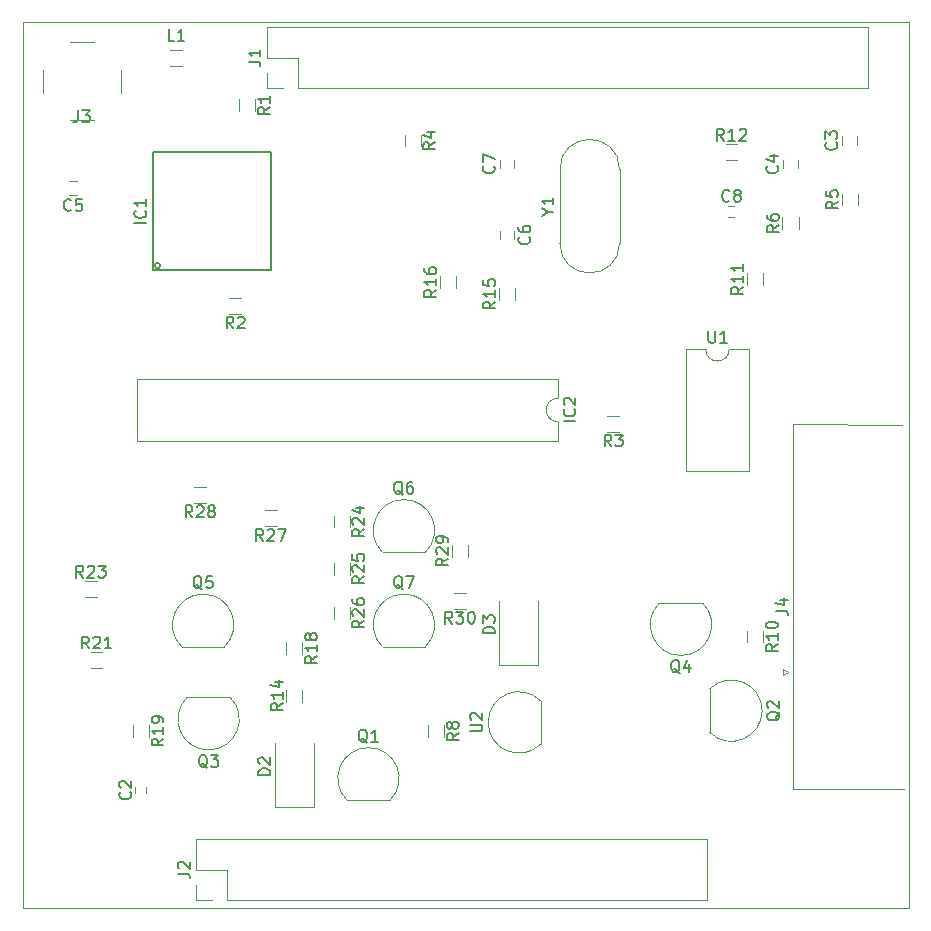
<source format=gto>
G04 #@! TF.GenerationSoftware,KiCad,Pcbnew,(5.0.1)-3*
G04 #@! TF.CreationDate,2018-11-29T07:36:30-08:00*
G04 #@! TF.ProjectId,DashSight-Mezzanine-Card,4461736853696768742D4D657A7A616E,rev?*
G04 #@! TF.SameCoordinates,Original*
G04 #@! TF.FileFunction,Legend,Top*
G04 #@! TF.FilePolarity,Positive*
%FSLAX46Y46*%
G04 Gerber Fmt 4.6, Leading zero omitted, Abs format (unit mm)*
G04 Created by KiCad (PCBNEW (5.0.1)-3) date 29/11/2018 7:36:30 AM*
%MOMM*%
%LPD*%
G01*
G04 APERTURE LIST*
%ADD10C,0.100000*%
%ADD11C,0.120000*%
%ADD12C,0.150000*%
G04 APERTURE END LIST*
D10*
X125000000Y-125000000D02*
X125000000Y-50000000D01*
X200000000Y-125000000D02*
X125000000Y-125000000D01*
X200000000Y-50000000D02*
X200000000Y-125000000D01*
X125000000Y-50000000D02*
X200000000Y-50000000D01*
D11*
G04 #@! TO.C,J4*
X189778675Y-105000000D02*
X189345662Y-105250000D01*
X189345662Y-104750000D02*
X189778675Y-105000000D01*
X189345662Y-105250000D02*
X189345662Y-104750000D01*
X190240000Y-83975000D02*
X199400000Y-84100000D01*
X190240000Y-114945000D02*
X190240000Y-83975000D01*
X199600000Y-114900000D02*
X190240000Y-114945000D01*
D12*
G04 #@! TO.C,IC1*
X136623607Y-70600000D02*
G75*
G03X136623607Y-70600000I-223607J0D01*
G01*
X136000000Y-61000000D02*
X136000000Y-71000000D01*
X146000000Y-61000000D02*
X136000000Y-61000000D01*
X146000000Y-71000000D02*
X146000000Y-61000000D01*
X136000000Y-71000000D02*
X146000000Y-71000000D01*
D11*
G04 #@! TO.C,IC2*
X170330000Y-83810000D02*
G75*
G02X170330000Y-81810000I0J1000000D01*
G01*
X170330000Y-81810000D02*
X170330000Y-80160000D01*
X170330000Y-80160000D02*
X134650000Y-80160000D01*
X134650000Y-80160000D02*
X134650000Y-85460000D01*
X134650000Y-85460000D02*
X170330000Y-85460000D01*
X170330000Y-85460000D02*
X170330000Y-83810000D01*
G04 #@! TO.C,C2*
X134530000Y-114750000D02*
X134530000Y-115250000D01*
X135470000Y-115250000D02*
X135470000Y-114750000D01*
G04 #@! TO.C,C8*
X185250000Y-65530000D02*
X184750000Y-65530000D01*
X184750000Y-66470000D02*
X185250000Y-66470000D01*
G04 #@! TO.C,C3*
X195600000Y-59650000D02*
X195600000Y-60350000D01*
X194400000Y-60350000D02*
X194400000Y-59650000D01*
G04 #@! TO.C,C4*
X190600000Y-61650000D02*
X190600000Y-62350000D01*
X189400000Y-62350000D02*
X189400000Y-61650000D01*
G04 #@! TO.C,C5*
X128900000Y-63400000D02*
X129600000Y-63400000D01*
X129600000Y-64600000D02*
X128900000Y-64600000D01*
G04 #@! TO.C,C6*
X165400000Y-68350000D02*
X165400000Y-67650000D01*
X166600000Y-67650000D02*
X166600000Y-68350000D01*
G04 #@! TO.C,C7*
X166600000Y-61650000D02*
X166600000Y-62350000D01*
X165400000Y-62350000D02*
X165400000Y-61650000D01*
G04 #@! TO.C,J3*
X129000000Y-51700000D02*
X131000000Y-51700000D01*
X129000000Y-58300000D02*
X131000000Y-58300000D01*
X133300000Y-54000000D02*
X133300000Y-56000000D01*
X126700000Y-54000000D02*
X126700000Y-56000000D01*
G04 #@! TO.C,Y1*
X170475000Y-68685000D02*
X170475000Y-62435000D01*
X175525000Y-68685000D02*
X175525000Y-62435000D01*
X175525000Y-68685000D02*
G75*
G02X170475000Y-68685000I-2525000J0D01*
G01*
X175525000Y-62435000D02*
G75*
G03X170475000Y-62435000I-2525000J0D01*
G01*
G04 #@! TO.C,D2*
X146350000Y-116400000D02*
X149650000Y-116400000D01*
X149650000Y-116400000D02*
X149650000Y-111000000D01*
X146350000Y-116400000D02*
X146350000Y-111000000D01*
G04 #@! TO.C,D3*
X165350000Y-104400000D02*
X168650000Y-104400000D01*
X168650000Y-104400000D02*
X168650000Y-99000000D01*
X165350000Y-104400000D02*
X165350000Y-99000000D01*
G04 #@! TO.C,U1*
X184810000Y-77670000D02*
G75*
G02X182810000Y-77670000I-1000000J0D01*
G01*
X182810000Y-77670000D02*
X181160000Y-77670000D01*
X181160000Y-77670000D02*
X181160000Y-87950000D01*
X181160000Y-87950000D02*
X186460000Y-87950000D01*
X186460000Y-87950000D02*
X186460000Y-77670000D01*
X186460000Y-77670000D02*
X184810000Y-77670000D01*
G04 #@! TO.C,L1*
X138500000Y-53680000D02*
X137500000Y-53680000D01*
X137500000Y-52320000D02*
X138500000Y-52320000D01*
G04 #@! TO.C,J2*
X182970000Y-124330000D02*
X182970000Y-119130000D01*
X142270000Y-124330000D02*
X182970000Y-124330000D01*
X139670000Y-119130000D02*
X182970000Y-119130000D01*
X142270000Y-124330000D02*
X142270000Y-121730000D01*
X142270000Y-121730000D02*
X139670000Y-121730000D01*
X139670000Y-121730000D02*
X139670000Y-119130000D01*
X141000000Y-124330000D02*
X139670000Y-124330000D01*
X139670000Y-124330000D02*
X139670000Y-123000000D01*
G04 #@! TO.C,J1*
X196590000Y-55580000D02*
X196590000Y-50380000D01*
X148270000Y-55580000D02*
X196590000Y-55580000D01*
X145670000Y-50380000D02*
X196590000Y-50380000D01*
X148270000Y-55580000D02*
X148270000Y-52980000D01*
X148270000Y-52980000D02*
X145670000Y-52980000D01*
X145670000Y-52980000D02*
X145670000Y-50380000D01*
X147000000Y-55580000D02*
X145670000Y-55580000D01*
X145670000Y-55580000D02*
X145670000Y-54250000D01*
G04 #@! TO.C,R25*
X151320000Y-96750000D02*
X151320000Y-95750000D01*
X152680000Y-95750000D02*
X152680000Y-96750000D01*
G04 #@! TO.C,R26*
X151320000Y-100500000D02*
X151320000Y-99500000D01*
X152680000Y-99500000D02*
X152680000Y-100500000D01*
G04 #@! TO.C,R27*
X145500000Y-91320000D02*
X146500000Y-91320000D01*
X146500000Y-92680000D02*
X145500000Y-92680000D01*
G04 #@! TO.C,R28*
X139500000Y-89320000D02*
X140500000Y-89320000D01*
X140500000Y-90680000D02*
X139500000Y-90680000D01*
G04 #@! TO.C,R29*
X162680000Y-94250000D02*
X162680000Y-95250000D01*
X161320000Y-95250000D02*
X161320000Y-94250000D01*
G04 #@! TO.C,R30*
X161500000Y-98320000D02*
X162500000Y-98320000D01*
X162500000Y-99680000D02*
X161500000Y-99680000D01*
G04 #@! TO.C,R1*
X143320000Y-57500000D02*
X143320000Y-56500000D01*
X144680000Y-56500000D02*
X144680000Y-57500000D01*
G04 #@! TO.C,R23*
X131250000Y-98680000D02*
X130250000Y-98680000D01*
X130250000Y-97320000D02*
X131250000Y-97320000D01*
G04 #@! TO.C,R21*
X131750000Y-104680000D02*
X130750000Y-104680000D01*
X130750000Y-103320000D02*
X131750000Y-103320000D01*
G04 #@! TO.C,R19*
X134320000Y-110500000D02*
X134320000Y-109500000D01*
X135680000Y-109500000D02*
X135680000Y-110500000D01*
G04 #@! TO.C,R2*
X142500000Y-73320000D02*
X143500000Y-73320000D01*
X143500000Y-74680000D02*
X142500000Y-74680000D01*
G04 #@! TO.C,R18*
X147320000Y-103500000D02*
X147320000Y-102500000D01*
X148680000Y-102500000D02*
X148680000Y-103500000D01*
G04 #@! TO.C,R24*
X151320000Y-92750000D02*
X151320000Y-91750000D01*
X152680000Y-91750000D02*
X152680000Y-92750000D01*
G04 #@! TO.C,R16*
X161680000Y-71500000D02*
X161680000Y-72500000D01*
X160320000Y-72500000D02*
X160320000Y-71500000D01*
G04 #@! TO.C,R15*
X166680000Y-72500000D02*
X166680000Y-73500000D01*
X165320000Y-73500000D02*
X165320000Y-72500000D01*
G04 #@! TO.C,R3*
X174500000Y-83320000D02*
X175500000Y-83320000D01*
X175500000Y-84680000D02*
X174500000Y-84680000D01*
G04 #@! TO.C,R12*
X185500000Y-61680000D02*
X184500000Y-61680000D01*
X184500000Y-60320000D02*
X185500000Y-60320000D01*
G04 #@! TO.C,R11*
X187680000Y-71250000D02*
X187680000Y-72250000D01*
X186320000Y-72250000D02*
X186320000Y-71250000D01*
G04 #@! TO.C,R10*
X186320000Y-102500000D02*
X186320000Y-101500000D01*
X187680000Y-101500000D02*
X187680000Y-102500000D01*
G04 #@! TO.C,R6*
X190680000Y-66500000D02*
X190680000Y-67500000D01*
X189320000Y-67500000D02*
X189320000Y-66500000D01*
G04 #@! TO.C,R5*
X195680000Y-64500000D02*
X195680000Y-65500000D01*
X194320000Y-65500000D02*
X194320000Y-64500000D01*
G04 #@! TO.C,R4*
X157320000Y-60500000D02*
X157320000Y-59500000D01*
X158680000Y-59500000D02*
X158680000Y-60500000D01*
G04 #@! TO.C,R14*
X148680000Y-106500000D02*
X148680000Y-107500000D01*
X147320000Y-107500000D02*
X147320000Y-106500000D01*
G04 #@! TO.C,R8*
X159320000Y-110500000D02*
X159320000Y-109500000D01*
X160680000Y-109500000D02*
X160680000Y-110500000D01*
G04 #@! TO.C,U2*
X168850000Y-111070000D02*
X168850000Y-107470000D01*
X168838478Y-111108478D02*
G75*
G02X164400000Y-109270000I-1838478J1838478D01*
G01*
X168838478Y-107431522D02*
G75*
G03X164400000Y-109270000I-1838478J-1838478D01*
G01*
G04 #@! TO.C,Q6*
X155470000Y-94850000D02*
X159070000Y-94850000D01*
X155431522Y-94838478D02*
G75*
G02X157270000Y-90400000I1838478J1838478D01*
G01*
X159108478Y-94838478D02*
G75*
G03X157270000Y-90400000I-1838478J1838478D01*
G01*
G04 #@! TO.C,Q7*
X155470000Y-102850000D02*
X159070000Y-102850000D01*
X155431522Y-102838478D02*
G75*
G02X157270000Y-98400000I1838478J1838478D01*
G01*
X159108478Y-102838478D02*
G75*
G03X157270000Y-98400000I-1838478J1838478D01*
G01*
G04 #@! TO.C,Q1*
X152470000Y-115850000D02*
X156070000Y-115850000D01*
X152431522Y-115838478D02*
G75*
G02X154270000Y-111400000I1838478J1838478D01*
G01*
X156108478Y-115838478D02*
G75*
G03X154270000Y-111400000I-1838478J1838478D01*
G01*
G04 #@! TO.C,Q2*
X183150000Y-106470000D02*
X183150000Y-110070000D01*
X183161522Y-106431522D02*
G75*
G02X187600000Y-108270000I1838478J-1838478D01*
G01*
X183161522Y-110108478D02*
G75*
G03X187600000Y-108270000I1838478J1838478D01*
G01*
G04 #@! TO.C,Q3*
X142530000Y-107150000D02*
X138930000Y-107150000D01*
X142568478Y-107161522D02*
G75*
G02X140730000Y-111600000I-1838478J-1838478D01*
G01*
X138891522Y-107161522D02*
G75*
G03X140730000Y-111600000I1838478J-1838478D01*
G01*
G04 #@! TO.C,Q4*
X182530000Y-99150000D02*
X178930000Y-99150000D01*
X182568478Y-99161522D02*
G75*
G02X180730000Y-103600000I-1838478J-1838478D01*
G01*
X178891522Y-99161522D02*
G75*
G03X180730000Y-103600000I1838478J-1838478D01*
G01*
G04 #@! TO.C,Q5*
X138470000Y-102850000D02*
X142070000Y-102850000D01*
X138431522Y-102838478D02*
G75*
G02X140270000Y-98400000I1838478J1838478D01*
G01*
X142108478Y-102838478D02*
G75*
G03X140270000Y-98400000I-1838478J1838478D01*
G01*
G04 #@! TD*
G04 #@! TO.C,J4*
D12*
X188752380Y-99793333D02*
X189466666Y-99793333D01*
X189609523Y-99840952D01*
X189704761Y-99936190D01*
X189752380Y-100079047D01*
X189752380Y-100174285D01*
X189085714Y-98888571D02*
X189752380Y-98888571D01*
X188704761Y-99126666D02*
X189419047Y-99364761D01*
X189419047Y-98745714D01*
G04 #@! TO.C,IC1*
X135452380Y-66976190D02*
X134452380Y-66976190D01*
X135357142Y-65928571D02*
X135404761Y-65976190D01*
X135452380Y-66119047D01*
X135452380Y-66214285D01*
X135404761Y-66357142D01*
X135309523Y-66452380D01*
X135214285Y-66500000D01*
X135023809Y-66547619D01*
X134880952Y-66547619D01*
X134690476Y-66500000D01*
X134595238Y-66452380D01*
X134500000Y-66357142D01*
X134452380Y-66214285D01*
X134452380Y-66119047D01*
X134500000Y-65976190D01*
X134547619Y-65928571D01*
X135452380Y-64976190D02*
X135452380Y-65547619D01*
X135452380Y-65261904D02*
X134452380Y-65261904D01*
X134595238Y-65357142D01*
X134690476Y-65452380D01*
X134738095Y-65547619D01*
G04 #@! TO.C,IC2*
X171782380Y-83786190D02*
X170782380Y-83786190D01*
X171687142Y-82738571D02*
X171734761Y-82786190D01*
X171782380Y-82929047D01*
X171782380Y-83024285D01*
X171734761Y-83167142D01*
X171639523Y-83262380D01*
X171544285Y-83310000D01*
X171353809Y-83357619D01*
X171210952Y-83357619D01*
X171020476Y-83310000D01*
X170925238Y-83262380D01*
X170830000Y-83167142D01*
X170782380Y-83024285D01*
X170782380Y-82929047D01*
X170830000Y-82786190D01*
X170877619Y-82738571D01*
X170877619Y-82357619D02*
X170830000Y-82310000D01*
X170782380Y-82214761D01*
X170782380Y-81976666D01*
X170830000Y-81881428D01*
X170877619Y-81833809D01*
X170972857Y-81786190D01*
X171068095Y-81786190D01*
X171210952Y-81833809D01*
X171782380Y-82405238D01*
X171782380Y-81786190D01*
G04 #@! TO.C,C2*
X134087142Y-115166666D02*
X134134761Y-115214285D01*
X134182380Y-115357142D01*
X134182380Y-115452380D01*
X134134761Y-115595238D01*
X134039523Y-115690476D01*
X133944285Y-115738095D01*
X133753809Y-115785714D01*
X133610952Y-115785714D01*
X133420476Y-115738095D01*
X133325238Y-115690476D01*
X133230000Y-115595238D01*
X133182380Y-115452380D01*
X133182380Y-115357142D01*
X133230000Y-115214285D01*
X133277619Y-115166666D01*
X133277619Y-114785714D02*
X133230000Y-114738095D01*
X133182380Y-114642857D01*
X133182380Y-114404761D01*
X133230000Y-114309523D01*
X133277619Y-114261904D01*
X133372857Y-114214285D01*
X133468095Y-114214285D01*
X133610952Y-114261904D01*
X134182380Y-114833333D01*
X134182380Y-114214285D01*
G04 #@! TO.C,C8*
X184833333Y-65087142D02*
X184785714Y-65134761D01*
X184642857Y-65182380D01*
X184547619Y-65182380D01*
X184404761Y-65134761D01*
X184309523Y-65039523D01*
X184261904Y-64944285D01*
X184214285Y-64753809D01*
X184214285Y-64610952D01*
X184261904Y-64420476D01*
X184309523Y-64325238D01*
X184404761Y-64230000D01*
X184547619Y-64182380D01*
X184642857Y-64182380D01*
X184785714Y-64230000D01*
X184833333Y-64277619D01*
X185404761Y-64610952D02*
X185309523Y-64563333D01*
X185261904Y-64515714D01*
X185214285Y-64420476D01*
X185214285Y-64372857D01*
X185261904Y-64277619D01*
X185309523Y-64230000D01*
X185404761Y-64182380D01*
X185595238Y-64182380D01*
X185690476Y-64230000D01*
X185738095Y-64277619D01*
X185785714Y-64372857D01*
X185785714Y-64420476D01*
X185738095Y-64515714D01*
X185690476Y-64563333D01*
X185595238Y-64610952D01*
X185404761Y-64610952D01*
X185309523Y-64658571D01*
X185261904Y-64706190D01*
X185214285Y-64801428D01*
X185214285Y-64991904D01*
X185261904Y-65087142D01*
X185309523Y-65134761D01*
X185404761Y-65182380D01*
X185595238Y-65182380D01*
X185690476Y-65134761D01*
X185738095Y-65087142D01*
X185785714Y-64991904D01*
X185785714Y-64801428D01*
X185738095Y-64706190D01*
X185690476Y-64658571D01*
X185595238Y-64610952D01*
G04 #@! TO.C,C3*
X193857142Y-60166666D02*
X193904761Y-60214285D01*
X193952380Y-60357142D01*
X193952380Y-60452380D01*
X193904761Y-60595238D01*
X193809523Y-60690476D01*
X193714285Y-60738095D01*
X193523809Y-60785714D01*
X193380952Y-60785714D01*
X193190476Y-60738095D01*
X193095238Y-60690476D01*
X193000000Y-60595238D01*
X192952380Y-60452380D01*
X192952380Y-60357142D01*
X193000000Y-60214285D01*
X193047619Y-60166666D01*
X192952380Y-59833333D02*
X192952380Y-59214285D01*
X193333333Y-59547619D01*
X193333333Y-59404761D01*
X193380952Y-59309523D01*
X193428571Y-59261904D01*
X193523809Y-59214285D01*
X193761904Y-59214285D01*
X193857142Y-59261904D01*
X193904761Y-59309523D01*
X193952380Y-59404761D01*
X193952380Y-59690476D01*
X193904761Y-59785714D01*
X193857142Y-59833333D01*
G04 #@! TO.C,C4*
X188857142Y-62166666D02*
X188904761Y-62214285D01*
X188952380Y-62357142D01*
X188952380Y-62452380D01*
X188904761Y-62595238D01*
X188809523Y-62690476D01*
X188714285Y-62738095D01*
X188523809Y-62785714D01*
X188380952Y-62785714D01*
X188190476Y-62738095D01*
X188095238Y-62690476D01*
X188000000Y-62595238D01*
X187952380Y-62452380D01*
X187952380Y-62357142D01*
X188000000Y-62214285D01*
X188047619Y-62166666D01*
X188285714Y-61309523D02*
X188952380Y-61309523D01*
X187904761Y-61547619D02*
X188619047Y-61785714D01*
X188619047Y-61166666D01*
G04 #@! TO.C,C5*
X129083333Y-65857142D02*
X129035714Y-65904761D01*
X128892857Y-65952380D01*
X128797619Y-65952380D01*
X128654761Y-65904761D01*
X128559523Y-65809523D01*
X128511904Y-65714285D01*
X128464285Y-65523809D01*
X128464285Y-65380952D01*
X128511904Y-65190476D01*
X128559523Y-65095238D01*
X128654761Y-65000000D01*
X128797619Y-64952380D01*
X128892857Y-64952380D01*
X129035714Y-65000000D01*
X129083333Y-65047619D01*
X129988095Y-64952380D02*
X129511904Y-64952380D01*
X129464285Y-65428571D01*
X129511904Y-65380952D01*
X129607142Y-65333333D01*
X129845238Y-65333333D01*
X129940476Y-65380952D01*
X129988095Y-65428571D01*
X130035714Y-65523809D01*
X130035714Y-65761904D01*
X129988095Y-65857142D01*
X129940476Y-65904761D01*
X129845238Y-65952380D01*
X129607142Y-65952380D01*
X129511904Y-65904761D01*
X129464285Y-65857142D01*
G04 #@! TO.C,C6*
X167857142Y-68166666D02*
X167904761Y-68214285D01*
X167952380Y-68357142D01*
X167952380Y-68452380D01*
X167904761Y-68595238D01*
X167809523Y-68690476D01*
X167714285Y-68738095D01*
X167523809Y-68785714D01*
X167380952Y-68785714D01*
X167190476Y-68738095D01*
X167095238Y-68690476D01*
X167000000Y-68595238D01*
X166952380Y-68452380D01*
X166952380Y-68357142D01*
X167000000Y-68214285D01*
X167047619Y-68166666D01*
X166952380Y-67309523D02*
X166952380Y-67500000D01*
X167000000Y-67595238D01*
X167047619Y-67642857D01*
X167190476Y-67738095D01*
X167380952Y-67785714D01*
X167761904Y-67785714D01*
X167857142Y-67738095D01*
X167904761Y-67690476D01*
X167952380Y-67595238D01*
X167952380Y-67404761D01*
X167904761Y-67309523D01*
X167857142Y-67261904D01*
X167761904Y-67214285D01*
X167523809Y-67214285D01*
X167428571Y-67261904D01*
X167380952Y-67309523D01*
X167333333Y-67404761D01*
X167333333Y-67595238D01*
X167380952Y-67690476D01*
X167428571Y-67738095D01*
X167523809Y-67785714D01*
G04 #@! TO.C,C7*
X164857142Y-62166666D02*
X164904761Y-62214285D01*
X164952380Y-62357142D01*
X164952380Y-62452380D01*
X164904761Y-62595238D01*
X164809523Y-62690476D01*
X164714285Y-62738095D01*
X164523809Y-62785714D01*
X164380952Y-62785714D01*
X164190476Y-62738095D01*
X164095238Y-62690476D01*
X164000000Y-62595238D01*
X163952380Y-62452380D01*
X163952380Y-62357142D01*
X164000000Y-62214285D01*
X164047619Y-62166666D01*
X163952380Y-61833333D02*
X163952380Y-61166666D01*
X164952380Y-61595238D01*
G04 #@! TO.C,J3*
X129666666Y-57452380D02*
X129666666Y-58166666D01*
X129619047Y-58309523D01*
X129523809Y-58404761D01*
X129380952Y-58452380D01*
X129285714Y-58452380D01*
X130047619Y-57452380D02*
X130666666Y-57452380D01*
X130333333Y-57833333D01*
X130476190Y-57833333D01*
X130571428Y-57880952D01*
X130619047Y-57928571D01*
X130666666Y-58023809D01*
X130666666Y-58261904D01*
X130619047Y-58357142D01*
X130571428Y-58404761D01*
X130476190Y-58452380D01*
X130190476Y-58452380D01*
X130095238Y-58404761D01*
X130047619Y-58357142D01*
G04 #@! TO.C,Y1*
X169451190Y-66036190D02*
X169927380Y-66036190D01*
X168927380Y-66369523D02*
X169451190Y-66036190D01*
X168927380Y-65702857D01*
X169927380Y-64845714D02*
X169927380Y-65417142D01*
X169927380Y-65131428D02*
X168927380Y-65131428D01*
X169070238Y-65226666D01*
X169165476Y-65321904D01*
X169213095Y-65417142D01*
G04 #@! TO.C,D2*
X145952380Y-113738095D02*
X144952380Y-113738095D01*
X144952380Y-113500000D01*
X145000000Y-113357142D01*
X145095238Y-113261904D01*
X145190476Y-113214285D01*
X145380952Y-113166666D01*
X145523809Y-113166666D01*
X145714285Y-113214285D01*
X145809523Y-113261904D01*
X145904761Y-113357142D01*
X145952380Y-113500000D01*
X145952380Y-113738095D01*
X145047619Y-112785714D02*
X145000000Y-112738095D01*
X144952380Y-112642857D01*
X144952380Y-112404761D01*
X145000000Y-112309523D01*
X145047619Y-112261904D01*
X145142857Y-112214285D01*
X145238095Y-112214285D01*
X145380952Y-112261904D01*
X145952380Y-112833333D01*
X145952380Y-112214285D01*
G04 #@! TO.C,D3*
X164952380Y-101738095D02*
X163952380Y-101738095D01*
X163952380Y-101500000D01*
X164000000Y-101357142D01*
X164095238Y-101261904D01*
X164190476Y-101214285D01*
X164380952Y-101166666D01*
X164523809Y-101166666D01*
X164714285Y-101214285D01*
X164809523Y-101261904D01*
X164904761Y-101357142D01*
X164952380Y-101500000D01*
X164952380Y-101738095D01*
X163952380Y-100833333D02*
X163952380Y-100214285D01*
X164333333Y-100547619D01*
X164333333Y-100404761D01*
X164380952Y-100309523D01*
X164428571Y-100261904D01*
X164523809Y-100214285D01*
X164761904Y-100214285D01*
X164857142Y-100261904D01*
X164904761Y-100309523D01*
X164952380Y-100404761D01*
X164952380Y-100690476D01*
X164904761Y-100785714D01*
X164857142Y-100833333D01*
G04 #@! TO.C,U1*
X183048095Y-76122380D02*
X183048095Y-76931904D01*
X183095714Y-77027142D01*
X183143333Y-77074761D01*
X183238571Y-77122380D01*
X183429047Y-77122380D01*
X183524285Y-77074761D01*
X183571904Y-77027142D01*
X183619523Y-76931904D01*
X183619523Y-76122380D01*
X184619523Y-77122380D02*
X184048095Y-77122380D01*
X184333809Y-77122380D02*
X184333809Y-76122380D01*
X184238571Y-76265238D01*
X184143333Y-76360476D01*
X184048095Y-76408095D01*
G04 #@! TO.C,L1*
X137833333Y-51552380D02*
X137357142Y-51552380D01*
X137357142Y-50552380D01*
X138690476Y-51552380D02*
X138119047Y-51552380D01*
X138404761Y-51552380D02*
X138404761Y-50552380D01*
X138309523Y-50695238D01*
X138214285Y-50790476D01*
X138119047Y-50838095D01*
G04 #@! TO.C,J2*
X138122380Y-122063333D02*
X138836666Y-122063333D01*
X138979523Y-122110952D01*
X139074761Y-122206190D01*
X139122380Y-122349047D01*
X139122380Y-122444285D01*
X138217619Y-121634761D02*
X138170000Y-121587142D01*
X138122380Y-121491904D01*
X138122380Y-121253809D01*
X138170000Y-121158571D01*
X138217619Y-121110952D01*
X138312857Y-121063333D01*
X138408095Y-121063333D01*
X138550952Y-121110952D01*
X139122380Y-121682380D01*
X139122380Y-121063333D01*
G04 #@! TO.C,J1*
X144122380Y-53313333D02*
X144836666Y-53313333D01*
X144979523Y-53360952D01*
X145074761Y-53456190D01*
X145122380Y-53599047D01*
X145122380Y-53694285D01*
X145122380Y-52313333D02*
X145122380Y-52884761D01*
X145122380Y-52599047D02*
X144122380Y-52599047D01*
X144265238Y-52694285D01*
X144360476Y-52789523D01*
X144408095Y-52884761D01*
G04 #@! TO.C,R25*
X153902380Y-96892857D02*
X153426190Y-97226190D01*
X153902380Y-97464285D02*
X152902380Y-97464285D01*
X152902380Y-97083333D01*
X152950000Y-96988095D01*
X152997619Y-96940476D01*
X153092857Y-96892857D01*
X153235714Y-96892857D01*
X153330952Y-96940476D01*
X153378571Y-96988095D01*
X153426190Y-97083333D01*
X153426190Y-97464285D01*
X152997619Y-96511904D02*
X152950000Y-96464285D01*
X152902380Y-96369047D01*
X152902380Y-96130952D01*
X152950000Y-96035714D01*
X152997619Y-95988095D01*
X153092857Y-95940476D01*
X153188095Y-95940476D01*
X153330952Y-95988095D01*
X153902380Y-96559523D01*
X153902380Y-95940476D01*
X152902380Y-95035714D02*
X152902380Y-95511904D01*
X153378571Y-95559523D01*
X153330952Y-95511904D01*
X153283333Y-95416666D01*
X153283333Y-95178571D01*
X153330952Y-95083333D01*
X153378571Y-95035714D01*
X153473809Y-94988095D01*
X153711904Y-94988095D01*
X153807142Y-95035714D01*
X153854761Y-95083333D01*
X153902380Y-95178571D01*
X153902380Y-95416666D01*
X153854761Y-95511904D01*
X153807142Y-95559523D01*
G04 #@! TO.C,R26*
X153902380Y-100642857D02*
X153426190Y-100976190D01*
X153902380Y-101214285D02*
X152902380Y-101214285D01*
X152902380Y-100833333D01*
X152950000Y-100738095D01*
X152997619Y-100690476D01*
X153092857Y-100642857D01*
X153235714Y-100642857D01*
X153330952Y-100690476D01*
X153378571Y-100738095D01*
X153426190Y-100833333D01*
X153426190Y-101214285D01*
X152997619Y-100261904D02*
X152950000Y-100214285D01*
X152902380Y-100119047D01*
X152902380Y-99880952D01*
X152950000Y-99785714D01*
X152997619Y-99738095D01*
X153092857Y-99690476D01*
X153188095Y-99690476D01*
X153330952Y-99738095D01*
X153902380Y-100309523D01*
X153902380Y-99690476D01*
X152902380Y-98833333D02*
X152902380Y-99023809D01*
X152950000Y-99119047D01*
X152997619Y-99166666D01*
X153140476Y-99261904D01*
X153330952Y-99309523D01*
X153711904Y-99309523D01*
X153807142Y-99261904D01*
X153854761Y-99214285D01*
X153902380Y-99119047D01*
X153902380Y-98928571D01*
X153854761Y-98833333D01*
X153807142Y-98785714D01*
X153711904Y-98738095D01*
X153473809Y-98738095D01*
X153378571Y-98785714D01*
X153330952Y-98833333D01*
X153283333Y-98928571D01*
X153283333Y-99119047D01*
X153330952Y-99214285D01*
X153378571Y-99261904D01*
X153473809Y-99309523D01*
G04 #@! TO.C,R27*
X145357142Y-93902380D02*
X145023809Y-93426190D01*
X144785714Y-93902380D02*
X144785714Y-92902380D01*
X145166666Y-92902380D01*
X145261904Y-92950000D01*
X145309523Y-92997619D01*
X145357142Y-93092857D01*
X145357142Y-93235714D01*
X145309523Y-93330952D01*
X145261904Y-93378571D01*
X145166666Y-93426190D01*
X144785714Y-93426190D01*
X145738095Y-92997619D02*
X145785714Y-92950000D01*
X145880952Y-92902380D01*
X146119047Y-92902380D01*
X146214285Y-92950000D01*
X146261904Y-92997619D01*
X146309523Y-93092857D01*
X146309523Y-93188095D01*
X146261904Y-93330952D01*
X145690476Y-93902380D01*
X146309523Y-93902380D01*
X146642857Y-92902380D02*
X147309523Y-92902380D01*
X146880952Y-93902380D01*
G04 #@! TO.C,R28*
X139357142Y-91902380D02*
X139023809Y-91426190D01*
X138785714Y-91902380D02*
X138785714Y-90902380D01*
X139166666Y-90902380D01*
X139261904Y-90950000D01*
X139309523Y-90997619D01*
X139357142Y-91092857D01*
X139357142Y-91235714D01*
X139309523Y-91330952D01*
X139261904Y-91378571D01*
X139166666Y-91426190D01*
X138785714Y-91426190D01*
X139738095Y-90997619D02*
X139785714Y-90950000D01*
X139880952Y-90902380D01*
X140119047Y-90902380D01*
X140214285Y-90950000D01*
X140261904Y-90997619D01*
X140309523Y-91092857D01*
X140309523Y-91188095D01*
X140261904Y-91330952D01*
X139690476Y-91902380D01*
X140309523Y-91902380D01*
X140880952Y-91330952D02*
X140785714Y-91283333D01*
X140738095Y-91235714D01*
X140690476Y-91140476D01*
X140690476Y-91092857D01*
X140738095Y-90997619D01*
X140785714Y-90950000D01*
X140880952Y-90902380D01*
X141071428Y-90902380D01*
X141166666Y-90950000D01*
X141214285Y-90997619D01*
X141261904Y-91092857D01*
X141261904Y-91140476D01*
X141214285Y-91235714D01*
X141166666Y-91283333D01*
X141071428Y-91330952D01*
X140880952Y-91330952D01*
X140785714Y-91378571D01*
X140738095Y-91426190D01*
X140690476Y-91521428D01*
X140690476Y-91711904D01*
X140738095Y-91807142D01*
X140785714Y-91854761D01*
X140880952Y-91902380D01*
X141071428Y-91902380D01*
X141166666Y-91854761D01*
X141214285Y-91807142D01*
X141261904Y-91711904D01*
X141261904Y-91521428D01*
X141214285Y-91426190D01*
X141166666Y-91378571D01*
X141071428Y-91330952D01*
G04 #@! TO.C,R29*
X161002380Y-95392857D02*
X160526190Y-95726190D01*
X161002380Y-95964285D02*
X160002380Y-95964285D01*
X160002380Y-95583333D01*
X160050000Y-95488095D01*
X160097619Y-95440476D01*
X160192857Y-95392857D01*
X160335714Y-95392857D01*
X160430952Y-95440476D01*
X160478571Y-95488095D01*
X160526190Y-95583333D01*
X160526190Y-95964285D01*
X160097619Y-95011904D02*
X160050000Y-94964285D01*
X160002380Y-94869047D01*
X160002380Y-94630952D01*
X160050000Y-94535714D01*
X160097619Y-94488095D01*
X160192857Y-94440476D01*
X160288095Y-94440476D01*
X160430952Y-94488095D01*
X161002380Y-95059523D01*
X161002380Y-94440476D01*
X161002380Y-93964285D02*
X161002380Y-93773809D01*
X160954761Y-93678571D01*
X160907142Y-93630952D01*
X160764285Y-93535714D01*
X160573809Y-93488095D01*
X160192857Y-93488095D01*
X160097619Y-93535714D01*
X160050000Y-93583333D01*
X160002380Y-93678571D01*
X160002380Y-93869047D01*
X160050000Y-93964285D01*
X160097619Y-94011904D01*
X160192857Y-94059523D01*
X160430952Y-94059523D01*
X160526190Y-94011904D01*
X160573809Y-93964285D01*
X160621428Y-93869047D01*
X160621428Y-93678571D01*
X160573809Y-93583333D01*
X160526190Y-93535714D01*
X160430952Y-93488095D01*
G04 #@! TO.C,R30*
X161357142Y-100902380D02*
X161023809Y-100426190D01*
X160785714Y-100902380D02*
X160785714Y-99902380D01*
X161166666Y-99902380D01*
X161261904Y-99950000D01*
X161309523Y-99997619D01*
X161357142Y-100092857D01*
X161357142Y-100235714D01*
X161309523Y-100330952D01*
X161261904Y-100378571D01*
X161166666Y-100426190D01*
X160785714Y-100426190D01*
X161690476Y-99902380D02*
X162309523Y-99902380D01*
X161976190Y-100283333D01*
X162119047Y-100283333D01*
X162214285Y-100330952D01*
X162261904Y-100378571D01*
X162309523Y-100473809D01*
X162309523Y-100711904D01*
X162261904Y-100807142D01*
X162214285Y-100854761D01*
X162119047Y-100902380D01*
X161833333Y-100902380D01*
X161738095Y-100854761D01*
X161690476Y-100807142D01*
X162928571Y-99902380D02*
X163023809Y-99902380D01*
X163119047Y-99950000D01*
X163166666Y-99997619D01*
X163214285Y-100092857D01*
X163261904Y-100283333D01*
X163261904Y-100521428D01*
X163214285Y-100711904D01*
X163166666Y-100807142D01*
X163119047Y-100854761D01*
X163023809Y-100902380D01*
X162928571Y-100902380D01*
X162833333Y-100854761D01*
X162785714Y-100807142D01*
X162738095Y-100711904D01*
X162690476Y-100521428D01*
X162690476Y-100283333D01*
X162738095Y-100092857D01*
X162785714Y-99997619D01*
X162833333Y-99950000D01*
X162928571Y-99902380D01*
G04 #@! TO.C,R1*
X145902380Y-57166666D02*
X145426190Y-57500000D01*
X145902380Y-57738095D02*
X144902380Y-57738095D01*
X144902380Y-57357142D01*
X144950000Y-57261904D01*
X144997619Y-57214285D01*
X145092857Y-57166666D01*
X145235714Y-57166666D01*
X145330952Y-57214285D01*
X145378571Y-57261904D01*
X145426190Y-57357142D01*
X145426190Y-57738095D01*
X145902380Y-56214285D02*
X145902380Y-56785714D01*
X145902380Y-56500000D02*
X144902380Y-56500000D01*
X145045238Y-56595238D01*
X145140476Y-56690476D01*
X145188095Y-56785714D01*
G04 #@! TO.C,R23*
X130107142Y-97002380D02*
X129773809Y-96526190D01*
X129535714Y-97002380D02*
X129535714Y-96002380D01*
X129916666Y-96002380D01*
X130011904Y-96050000D01*
X130059523Y-96097619D01*
X130107142Y-96192857D01*
X130107142Y-96335714D01*
X130059523Y-96430952D01*
X130011904Y-96478571D01*
X129916666Y-96526190D01*
X129535714Y-96526190D01*
X130488095Y-96097619D02*
X130535714Y-96050000D01*
X130630952Y-96002380D01*
X130869047Y-96002380D01*
X130964285Y-96050000D01*
X131011904Y-96097619D01*
X131059523Y-96192857D01*
X131059523Y-96288095D01*
X131011904Y-96430952D01*
X130440476Y-97002380D01*
X131059523Y-97002380D01*
X131392857Y-96002380D02*
X132011904Y-96002380D01*
X131678571Y-96383333D01*
X131821428Y-96383333D01*
X131916666Y-96430952D01*
X131964285Y-96478571D01*
X132011904Y-96573809D01*
X132011904Y-96811904D01*
X131964285Y-96907142D01*
X131916666Y-96954761D01*
X131821428Y-97002380D01*
X131535714Y-97002380D01*
X131440476Y-96954761D01*
X131392857Y-96907142D01*
G04 #@! TO.C,R21*
X130607142Y-103002380D02*
X130273809Y-102526190D01*
X130035714Y-103002380D02*
X130035714Y-102002380D01*
X130416666Y-102002380D01*
X130511904Y-102050000D01*
X130559523Y-102097619D01*
X130607142Y-102192857D01*
X130607142Y-102335714D01*
X130559523Y-102430952D01*
X130511904Y-102478571D01*
X130416666Y-102526190D01*
X130035714Y-102526190D01*
X130988095Y-102097619D02*
X131035714Y-102050000D01*
X131130952Y-102002380D01*
X131369047Y-102002380D01*
X131464285Y-102050000D01*
X131511904Y-102097619D01*
X131559523Y-102192857D01*
X131559523Y-102288095D01*
X131511904Y-102430952D01*
X130940476Y-103002380D01*
X131559523Y-103002380D01*
X132511904Y-103002380D02*
X131940476Y-103002380D01*
X132226190Y-103002380D02*
X132226190Y-102002380D01*
X132130952Y-102145238D01*
X132035714Y-102240476D01*
X131940476Y-102288095D01*
G04 #@! TO.C,R19*
X136902380Y-110642857D02*
X136426190Y-110976190D01*
X136902380Y-111214285D02*
X135902380Y-111214285D01*
X135902380Y-110833333D01*
X135950000Y-110738095D01*
X135997619Y-110690476D01*
X136092857Y-110642857D01*
X136235714Y-110642857D01*
X136330952Y-110690476D01*
X136378571Y-110738095D01*
X136426190Y-110833333D01*
X136426190Y-111214285D01*
X136902380Y-109690476D02*
X136902380Y-110261904D01*
X136902380Y-109976190D02*
X135902380Y-109976190D01*
X136045238Y-110071428D01*
X136140476Y-110166666D01*
X136188095Y-110261904D01*
X136902380Y-109214285D02*
X136902380Y-109023809D01*
X136854761Y-108928571D01*
X136807142Y-108880952D01*
X136664285Y-108785714D01*
X136473809Y-108738095D01*
X136092857Y-108738095D01*
X135997619Y-108785714D01*
X135950000Y-108833333D01*
X135902380Y-108928571D01*
X135902380Y-109119047D01*
X135950000Y-109214285D01*
X135997619Y-109261904D01*
X136092857Y-109309523D01*
X136330952Y-109309523D01*
X136426190Y-109261904D01*
X136473809Y-109214285D01*
X136521428Y-109119047D01*
X136521428Y-108928571D01*
X136473809Y-108833333D01*
X136426190Y-108785714D01*
X136330952Y-108738095D01*
G04 #@! TO.C,R2*
X142833333Y-75902380D02*
X142500000Y-75426190D01*
X142261904Y-75902380D02*
X142261904Y-74902380D01*
X142642857Y-74902380D01*
X142738095Y-74950000D01*
X142785714Y-74997619D01*
X142833333Y-75092857D01*
X142833333Y-75235714D01*
X142785714Y-75330952D01*
X142738095Y-75378571D01*
X142642857Y-75426190D01*
X142261904Y-75426190D01*
X143214285Y-74997619D02*
X143261904Y-74950000D01*
X143357142Y-74902380D01*
X143595238Y-74902380D01*
X143690476Y-74950000D01*
X143738095Y-74997619D01*
X143785714Y-75092857D01*
X143785714Y-75188095D01*
X143738095Y-75330952D01*
X143166666Y-75902380D01*
X143785714Y-75902380D01*
G04 #@! TO.C,R18*
X149902380Y-103642857D02*
X149426190Y-103976190D01*
X149902380Y-104214285D02*
X148902380Y-104214285D01*
X148902380Y-103833333D01*
X148950000Y-103738095D01*
X148997619Y-103690476D01*
X149092857Y-103642857D01*
X149235714Y-103642857D01*
X149330952Y-103690476D01*
X149378571Y-103738095D01*
X149426190Y-103833333D01*
X149426190Y-104214285D01*
X149902380Y-102690476D02*
X149902380Y-103261904D01*
X149902380Y-102976190D02*
X148902380Y-102976190D01*
X149045238Y-103071428D01*
X149140476Y-103166666D01*
X149188095Y-103261904D01*
X149330952Y-102119047D02*
X149283333Y-102214285D01*
X149235714Y-102261904D01*
X149140476Y-102309523D01*
X149092857Y-102309523D01*
X148997619Y-102261904D01*
X148950000Y-102214285D01*
X148902380Y-102119047D01*
X148902380Y-101928571D01*
X148950000Y-101833333D01*
X148997619Y-101785714D01*
X149092857Y-101738095D01*
X149140476Y-101738095D01*
X149235714Y-101785714D01*
X149283333Y-101833333D01*
X149330952Y-101928571D01*
X149330952Y-102119047D01*
X149378571Y-102214285D01*
X149426190Y-102261904D01*
X149521428Y-102309523D01*
X149711904Y-102309523D01*
X149807142Y-102261904D01*
X149854761Y-102214285D01*
X149902380Y-102119047D01*
X149902380Y-101928571D01*
X149854761Y-101833333D01*
X149807142Y-101785714D01*
X149711904Y-101738095D01*
X149521428Y-101738095D01*
X149426190Y-101785714D01*
X149378571Y-101833333D01*
X149330952Y-101928571D01*
G04 #@! TO.C,R24*
X153902380Y-92892857D02*
X153426190Y-93226190D01*
X153902380Y-93464285D02*
X152902380Y-93464285D01*
X152902380Y-93083333D01*
X152950000Y-92988095D01*
X152997619Y-92940476D01*
X153092857Y-92892857D01*
X153235714Y-92892857D01*
X153330952Y-92940476D01*
X153378571Y-92988095D01*
X153426190Y-93083333D01*
X153426190Y-93464285D01*
X152997619Y-92511904D02*
X152950000Y-92464285D01*
X152902380Y-92369047D01*
X152902380Y-92130952D01*
X152950000Y-92035714D01*
X152997619Y-91988095D01*
X153092857Y-91940476D01*
X153188095Y-91940476D01*
X153330952Y-91988095D01*
X153902380Y-92559523D01*
X153902380Y-91940476D01*
X153235714Y-91083333D02*
X153902380Y-91083333D01*
X152854761Y-91321428D02*
X153569047Y-91559523D01*
X153569047Y-90940476D01*
G04 #@! TO.C,R16*
X160002380Y-72642857D02*
X159526190Y-72976190D01*
X160002380Y-73214285D02*
X159002380Y-73214285D01*
X159002380Y-72833333D01*
X159050000Y-72738095D01*
X159097619Y-72690476D01*
X159192857Y-72642857D01*
X159335714Y-72642857D01*
X159430952Y-72690476D01*
X159478571Y-72738095D01*
X159526190Y-72833333D01*
X159526190Y-73214285D01*
X160002380Y-71690476D02*
X160002380Y-72261904D01*
X160002380Y-71976190D02*
X159002380Y-71976190D01*
X159145238Y-72071428D01*
X159240476Y-72166666D01*
X159288095Y-72261904D01*
X159002380Y-70833333D02*
X159002380Y-71023809D01*
X159050000Y-71119047D01*
X159097619Y-71166666D01*
X159240476Y-71261904D01*
X159430952Y-71309523D01*
X159811904Y-71309523D01*
X159907142Y-71261904D01*
X159954761Y-71214285D01*
X160002380Y-71119047D01*
X160002380Y-70928571D01*
X159954761Y-70833333D01*
X159907142Y-70785714D01*
X159811904Y-70738095D01*
X159573809Y-70738095D01*
X159478571Y-70785714D01*
X159430952Y-70833333D01*
X159383333Y-70928571D01*
X159383333Y-71119047D01*
X159430952Y-71214285D01*
X159478571Y-71261904D01*
X159573809Y-71309523D01*
G04 #@! TO.C,R15*
X165002380Y-73642857D02*
X164526190Y-73976190D01*
X165002380Y-74214285D02*
X164002380Y-74214285D01*
X164002380Y-73833333D01*
X164050000Y-73738095D01*
X164097619Y-73690476D01*
X164192857Y-73642857D01*
X164335714Y-73642857D01*
X164430952Y-73690476D01*
X164478571Y-73738095D01*
X164526190Y-73833333D01*
X164526190Y-74214285D01*
X165002380Y-72690476D02*
X165002380Y-73261904D01*
X165002380Y-72976190D02*
X164002380Y-72976190D01*
X164145238Y-73071428D01*
X164240476Y-73166666D01*
X164288095Y-73261904D01*
X164002380Y-71785714D02*
X164002380Y-72261904D01*
X164478571Y-72309523D01*
X164430952Y-72261904D01*
X164383333Y-72166666D01*
X164383333Y-71928571D01*
X164430952Y-71833333D01*
X164478571Y-71785714D01*
X164573809Y-71738095D01*
X164811904Y-71738095D01*
X164907142Y-71785714D01*
X164954761Y-71833333D01*
X165002380Y-71928571D01*
X165002380Y-72166666D01*
X164954761Y-72261904D01*
X164907142Y-72309523D01*
G04 #@! TO.C,R3*
X174833333Y-85902380D02*
X174500000Y-85426190D01*
X174261904Y-85902380D02*
X174261904Y-84902380D01*
X174642857Y-84902380D01*
X174738095Y-84950000D01*
X174785714Y-84997619D01*
X174833333Y-85092857D01*
X174833333Y-85235714D01*
X174785714Y-85330952D01*
X174738095Y-85378571D01*
X174642857Y-85426190D01*
X174261904Y-85426190D01*
X175166666Y-84902380D02*
X175785714Y-84902380D01*
X175452380Y-85283333D01*
X175595238Y-85283333D01*
X175690476Y-85330952D01*
X175738095Y-85378571D01*
X175785714Y-85473809D01*
X175785714Y-85711904D01*
X175738095Y-85807142D01*
X175690476Y-85854761D01*
X175595238Y-85902380D01*
X175309523Y-85902380D01*
X175214285Y-85854761D01*
X175166666Y-85807142D01*
G04 #@! TO.C,R12*
X184357142Y-60002380D02*
X184023809Y-59526190D01*
X183785714Y-60002380D02*
X183785714Y-59002380D01*
X184166666Y-59002380D01*
X184261904Y-59050000D01*
X184309523Y-59097619D01*
X184357142Y-59192857D01*
X184357142Y-59335714D01*
X184309523Y-59430952D01*
X184261904Y-59478571D01*
X184166666Y-59526190D01*
X183785714Y-59526190D01*
X185309523Y-60002380D02*
X184738095Y-60002380D01*
X185023809Y-60002380D02*
X185023809Y-59002380D01*
X184928571Y-59145238D01*
X184833333Y-59240476D01*
X184738095Y-59288095D01*
X185690476Y-59097619D02*
X185738095Y-59050000D01*
X185833333Y-59002380D01*
X186071428Y-59002380D01*
X186166666Y-59050000D01*
X186214285Y-59097619D01*
X186261904Y-59192857D01*
X186261904Y-59288095D01*
X186214285Y-59430952D01*
X185642857Y-60002380D01*
X186261904Y-60002380D01*
G04 #@! TO.C,R11*
X186002380Y-72392857D02*
X185526190Y-72726190D01*
X186002380Y-72964285D02*
X185002380Y-72964285D01*
X185002380Y-72583333D01*
X185050000Y-72488095D01*
X185097619Y-72440476D01*
X185192857Y-72392857D01*
X185335714Y-72392857D01*
X185430952Y-72440476D01*
X185478571Y-72488095D01*
X185526190Y-72583333D01*
X185526190Y-72964285D01*
X186002380Y-71440476D02*
X186002380Y-72011904D01*
X186002380Y-71726190D02*
X185002380Y-71726190D01*
X185145238Y-71821428D01*
X185240476Y-71916666D01*
X185288095Y-72011904D01*
X186002380Y-70488095D02*
X186002380Y-71059523D01*
X186002380Y-70773809D02*
X185002380Y-70773809D01*
X185145238Y-70869047D01*
X185240476Y-70964285D01*
X185288095Y-71059523D01*
G04 #@! TO.C,R10*
X188902380Y-102642857D02*
X188426190Y-102976190D01*
X188902380Y-103214285D02*
X187902380Y-103214285D01*
X187902380Y-102833333D01*
X187950000Y-102738095D01*
X187997619Y-102690476D01*
X188092857Y-102642857D01*
X188235714Y-102642857D01*
X188330952Y-102690476D01*
X188378571Y-102738095D01*
X188426190Y-102833333D01*
X188426190Y-103214285D01*
X188902380Y-101690476D02*
X188902380Y-102261904D01*
X188902380Y-101976190D02*
X187902380Y-101976190D01*
X188045238Y-102071428D01*
X188140476Y-102166666D01*
X188188095Y-102261904D01*
X187902380Y-101071428D02*
X187902380Y-100976190D01*
X187950000Y-100880952D01*
X187997619Y-100833333D01*
X188092857Y-100785714D01*
X188283333Y-100738095D01*
X188521428Y-100738095D01*
X188711904Y-100785714D01*
X188807142Y-100833333D01*
X188854761Y-100880952D01*
X188902380Y-100976190D01*
X188902380Y-101071428D01*
X188854761Y-101166666D01*
X188807142Y-101214285D01*
X188711904Y-101261904D01*
X188521428Y-101309523D01*
X188283333Y-101309523D01*
X188092857Y-101261904D01*
X187997619Y-101214285D01*
X187950000Y-101166666D01*
X187902380Y-101071428D01*
G04 #@! TO.C,R6*
X189002380Y-67166666D02*
X188526190Y-67500000D01*
X189002380Y-67738095D02*
X188002380Y-67738095D01*
X188002380Y-67357142D01*
X188050000Y-67261904D01*
X188097619Y-67214285D01*
X188192857Y-67166666D01*
X188335714Y-67166666D01*
X188430952Y-67214285D01*
X188478571Y-67261904D01*
X188526190Y-67357142D01*
X188526190Y-67738095D01*
X188002380Y-66309523D02*
X188002380Y-66500000D01*
X188050000Y-66595238D01*
X188097619Y-66642857D01*
X188240476Y-66738095D01*
X188430952Y-66785714D01*
X188811904Y-66785714D01*
X188907142Y-66738095D01*
X188954761Y-66690476D01*
X189002380Y-66595238D01*
X189002380Y-66404761D01*
X188954761Y-66309523D01*
X188907142Y-66261904D01*
X188811904Y-66214285D01*
X188573809Y-66214285D01*
X188478571Y-66261904D01*
X188430952Y-66309523D01*
X188383333Y-66404761D01*
X188383333Y-66595238D01*
X188430952Y-66690476D01*
X188478571Y-66738095D01*
X188573809Y-66785714D01*
G04 #@! TO.C,R5*
X194002380Y-65166666D02*
X193526190Y-65500000D01*
X194002380Y-65738095D02*
X193002380Y-65738095D01*
X193002380Y-65357142D01*
X193050000Y-65261904D01*
X193097619Y-65214285D01*
X193192857Y-65166666D01*
X193335714Y-65166666D01*
X193430952Y-65214285D01*
X193478571Y-65261904D01*
X193526190Y-65357142D01*
X193526190Y-65738095D01*
X193002380Y-64261904D02*
X193002380Y-64738095D01*
X193478571Y-64785714D01*
X193430952Y-64738095D01*
X193383333Y-64642857D01*
X193383333Y-64404761D01*
X193430952Y-64309523D01*
X193478571Y-64261904D01*
X193573809Y-64214285D01*
X193811904Y-64214285D01*
X193907142Y-64261904D01*
X193954761Y-64309523D01*
X194002380Y-64404761D01*
X194002380Y-64642857D01*
X193954761Y-64738095D01*
X193907142Y-64785714D01*
G04 #@! TO.C,R4*
X159902380Y-60166666D02*
X159426190Y-60500000D01*
X159902380Y-60738095D02*
X158902380Y-60738095D01*
X158902380Y-60357142D01*
X158950000Y-60261904D01*
X158997619Y-60214285D01*
X159092857Y-60166666D01*
X159235714Y-60166666D01*
X159330952Y-60214285D01*
X159378571Y-60261904D01*
X159426190Y-60357142D01*
X159426190Y-60738095D01*
X159235714Y-59309523D02*
X159902380Y-59309523D01*
X158854761Y-59547619D02*
X159569047Y-59785714D01*
X159569047Y-59166666D01*
G04 #@! TO.C,R14*
X147002380Y-107642857D02*
X146526190Y-107976190D01*
X147002380Y-108214285D02*
X146002380Y-108214285D01*
X146002380Y-107833333D01*
X146050000Y-107738095D01*
X146097619Y-107690476D01*
X146192857Y-107642857D01*
X146335714Y-107642857D01*
X146430952Y-107690476D01*
X146478571Y-107738095D01*
X146526190Y-107833333D01*
X146526190Y-108214285D01*
X147002380Y-106690476D02*
X147002380Y-107261904D01*
X147002380Y-106976190D02*
X146002380Y-106976190D01*
X146145238Y-107071428D01*
X146240476Y-107166666D01*
X146288095Y-107261904D01*
X146335714Y-105833333D02*
X147002380Y-105833333D01*
X145954761Y-106071428D02*
X146669047Y-106309523D01*
X146669047Y-105690476D01*
G04 #@! TO.C,R8*
X161902380Y-110166666D02*
X161426190Y-110500000D01*
X161902380Y-110738095D02*
X160902380Y-110738095D01*
X160902380Y-110357142D01*
X160950000Y-110261904D01*
X160997619Y-110214285D01*
X161092857Y-110166666D01*
X161235714Y-110166666D01*
X161330952Y-110214285D01*
X161378571Y-110261904D01*
X161426190Y-110357142D01*
X161426190Y-110738095D01*
X161330952Y-109595238D02*
X161283333Y-109690476D01*
X161235714Y-109738095D01*
X161140476Y-109785714D01*
X161092857Y-109785714D01*
X160997619Y-109738095D01*
X160950000Y-109690476D01*
X160902380Y-109595238D01*
X160902380Y-109404761D01*
X160950000Y-109309523D01*
X160997619Y-109261904D01*
X161092857Y-109214285D01*
X161140476Y-109214285D01*
X161235714Y-109261904D01*
X161283333Y-109309523D01*
X161330952Y-109404761D01*
X161330952Y-109595238D01*
X161378571Y-109690476D01*
X161426190Y-109738095D01*
X161521428Y-109785714D01*
X161711904Y-109785714D01*
X161807142Y-109738095D01*
X161854761Y-109690476D01*
X161902380Y-109595238D01*
X161902380Y-109404761D01*
X161854761Y-109309523D01*
X161807142Y-109261904D01*
X161711904Y-109214285D01*
X161521428Y-109214285D01*
X161426190Y-109261904D01*
X161378571Y-109309523D01*
X161330952Y-109404761D01*
G04 #@! TO.C,U2*
X162892380Y-110031904D02*
X163701904Y-110031904D01*
X163797142Y-109984285D01*
X163844761Y-109936666D01*
X163892380Y-109841428D01*
X163892380Y-109650952D01*
X163844761Y-109555714D01*
X163797142Y-109508095D01*
X163701904Y-109460476D01*
X162892380Y-109460476D01*
X162987619Y-109031904D02*
X162940000Y-108984285D01*
X162892380Y-108889047D01*
X162892380Y-108650952D01*
X162940000Y-108555714D01*
X162987619Y-108508095D01*
X163082857Y-108460476D01*
X163178095Y-108460476D01*
X163320952Y-108508095D01*
X163892380Y-109079523D01*
X163892380Y-108460476D01*
G04 #@! TO.C,Q6*
X157174761Y-89987619D02*
X157079523Y-89940000D01*
X156984285Y-89844761D01*
X156841428Y-89701904D01*
X156746190Y-89654285D01*
X156650952Y-89654285D01*
X156698571Y-89892380D02*
X156603333Y-89844761D01*
X156508095Y-89749523D01*
X156460476Y-89559047D01*
X156460476Y-89225714D01*
X156508095Y-89035238D01*
X156603333Y-88940000D01*
X156698571Y-88892380D01*
X156889047Y-88892380D01*
X156984285Y-88940000D01*
X157079523Y-89035238D01*
X157127142Y-89225714D01*
X157127142Y-89559047D01*
X157079523Y-89749523D01*
X156984285Y-89844761D01*
X156889047Y-89892380D01*
X156698571Y-89892380D01*
X157984285Y-88892380D02*
X157793809Y-88892380D01*
X157698571Y-88940000D01*
X157650952Y-88987619D01*
X157555714Y-89130476D01*
X157508095Y-89320952D01*
X157508095Y-89701904D01*
X157555714Y-89797142D01*
X157603333Y-89844761D01*
X157698571Y-89892380D01*
X157889047Y-89892380D01*
X157984285Y-89844761D01*
X158031904Y-89797142D01*
X158079523Y-89701904D01*
X158079523Y-89463809D01*
X158031904Y-89368571D01*
X157984285Y-89320952D01*
X157889047Y-89273333D01*
X157698571Y-89273333D01*
X157603333Y-89320952D01*
X157555714Y-89368571D01*
X157508095Y-89463809D01*
G04 #@! TO.C,Q7*
X157174761Y-97987619D02*
X157079523Y-97940000D01*
X156984285Y-97844761D01*
X156841428Y-97701904D01*
X156746190Y-97654285D01*
X156650952Y-97654285D01*
X156698571Y-97892380D02*
X156603333Y-97844761D01*
X156508095Y-97749523D01*
X156460476Y-97559047D01*
X156460476Y-97225714D01*
X156508095Y-97035238D01*
X156603333Y-96940000D01*
X156698571Y-96892380D01*
X156889047Y-96892380D01*
X156984285Y-96940000D01*
X157079523Y-97035238D01*
X157127142Y-97225714D01*
X157127142Y-97559047D01*
X157079523Y-97749523D01*
X156984285Y-97844761D01*
X156889047Y-97892380D01*
X156698571Y-97892380D01*
X157460476Y-96892380D02*
X158127142Y-96892380D01*
X157698571Y-97892380D01*
G04 #@! TO.C,Q1*
X154174761Y-110987619D02*
X154079523Y-110940000D01*
X153984285Y-110844761D01*
X153841428Y-110701904D01*
X153746190Y-110654285D01*
X153650952Y-110654285D01*
X153698571Y-110892380D02*
X153603333Y-110844761D01*
X153508095Y-110749523D01*
X153460476Y-110559047D01*
X153460476Y-110225714D01*
X153508095Y-110035238D01*
X153603333Y-109940000D01*
X153698571Y-109892380D01*
X153889047Y-109892380D01*
X153984285Y-109940000D01*
X154079523Y-110035238D01*
X154127142Y-110225714D01*
X154127142Y-110559047D01*
X154079523Y-110749523D01*
X153984285Y-110844761D01*
X153889047Y-110892380D01*
X153698571Y-110892380D01*
X155079523Y-110892380D02*
X154508095Y-110892380D01*
X154793809Y-110892380D02*
X154793809Y-109892380D01*
X154698571Y-110035238D01*
X154603333Y-110130476D01*
X154508095Y-110178095D01*
G04 #@! TO.C,Q2*
X189107619Y-108365238D02*
X189060000Y-108460476D01*
X188964761Y-108555714D01*
X188821904Y-108698571D01*
X188774285Y-108793809D01*
X188774285Y-108889047D01*
X189012380Y-108841428D02*
X188964761Y-108936666D01*
X188869523Y-109031904D01*
X188679047Y-109079523D01*
X188345714Y-109079523D01*
X188155238Y-109031904D01*
X188060000Y-108936666D01*
X188012380Y-108841428D01*
X188012380Y-108650952D01*
X188060000Y-108555714D01*
X188155238Y-108460476D01*
X188345714Y-108412857D01*
X188679047Y-108412857D01*
X188869523Y-108460476D01*
X188964761Y-108555714D01*
X189012380Y-108650952D01*
X189012380Y-108841428D01*
X188107619Y-108031904D02*
X188060000Y-107984285D01*
X188012380Y-107889047D01*
X188012380Y-107650952D01*
X188060000Y-107555714D01*
X188107619Y-107508095D01*
X188202857Y-107460476D01*
X188298095Y-107460476D01*
X188440952Y-107508095D01*
X189012380Y-108079523D01*
X189012380Y-107460476D01*
G04 #@! TO.C,Q3*
X140634761Y-113107619D02*
X140539523Y-113060000D01*
X140444285Y-112964761D01*
X140301428Y-112821904D01*
X140206190Y-112774285D01*
X140110952Y-112774285D01*
X140158571Y-113012380D02*
X140063333Y-112964761D01*
X139968095Y-112869523D01*
X139920476Y-112679047D01*
X139920476Y-112345714D01*
X139968095Y-112155238D01*
X140063333Y-112060000D01*
X140158571Y-112012380D01*
X140349047Y-112012380D01*
X140444285Y-112060000D01*
X140539523Y-112155238D01*
X140587142Y-112345714D01*
X140587142Y-112679047D01*
X140539523Y-112869523D01*
X140444285Y-112964761D01*
X140349047Y-113012380D01*
X140158571Y-113012380D01*
X140920476Y-112012380D02*
X141539523Y-112012380D01*
X141206190Y-112393333D01*
X141349047Y-112393333D01*
X141444285Y-112440952D01*
X141491904Y-112488571D01*
X141539523Y-112583809D01*
X141539523Y-112821904D01*
X141491904Y-112917142D01*
X141444285Y-112964761D01*
X141349047Y-113012380D01*
X141063333Y-113012380D01*
X140968095Y-112964761D01*
X140920476Y-112917142D01*
G04 #@! TO.C,Q4*
X180634761Y-105107619D02*
X180539523Y-105060000D01*
X180444285Y-104964761D01*
X180301428Y-104821904D01*
X180206190Y-104774285D01*
X180110952Y-104774285D01*
X180158571Y-105012380D02*
X180063333Y-104964761D01*
X179968095Y-104869523D01*
X179920476Y-104679047D01*
X179920476Y-104345714D01*
X179968095Y-104155238D01*
X180063333Y-104060000D01*
X180158571Y-104012380D01*
X180349047Y-104012380D01*
X180444285Y-104060000D01*
X180539523Y-104155238D01*
X180587142Y-104345714D01*
X180587142Y-104679047D01*
X180539523Y-104869523D01*
X180444285Y-104964761D01*
X180349047Y-105012380D01*
X180158571Y-105012380D01*
X181444285Y-104345714D02*
X181444285Y-105012380D01*
X181206190Y-103964761D02*
X180968095Y-104679047D01*
X181587142Y-104679047D01*
G04 #@! TO.C,Q5*
X140174761Y-97987619D02*
X140079523Y-97940000D01*
X139984285Y-97844761D01*
X139841428Y-97701904D01*
X139746190Y-97654285D01*
X139650952Y-97654285D01*
X139698571Y-97892380D02*
X139603333Y-97844761D01*
X139508095Y-97749523D01*
X139460476Y-97559047D01*
X139460476Y-97225714D01*
X139508095Y-97035238D01*
X139603333Y-96940000D01*
X139698571Y-96892380D01*
X139889047Y-96892380D01*
X139984285Y-96940000D01*
X140079523Y-97035238D01*
X140127142Y-97225714D01*
X140127142Y-97559047D01*
X140079523Y-97749523D01*
X139984285Y-97844761D01*
X139889047Y-97892380D01*
X139698571Y-97892380D01*
X141031904Y-96892380D02*
X140555714Y-96892380D01*
X140508095Y-97368571D01*
X140555714Y-97320952D01*
X140650952Y-97273333D01*
X140889047Y-97273333D01*
X140984285Y-97320952D01*
X141031904Y-97368571D01*
X141079523Y-97463809D01*
X141079523Y-97701904D01*
X141031904Y-97797142D01*
X140984285Y-97844761D01*
X140889047Y-97892380D01*
X140650952Y-97892380D01*
X140555714Y-97844761D01*
X140508095Y-97797142D01*
G04 #@! TD*
M02*

</source>
